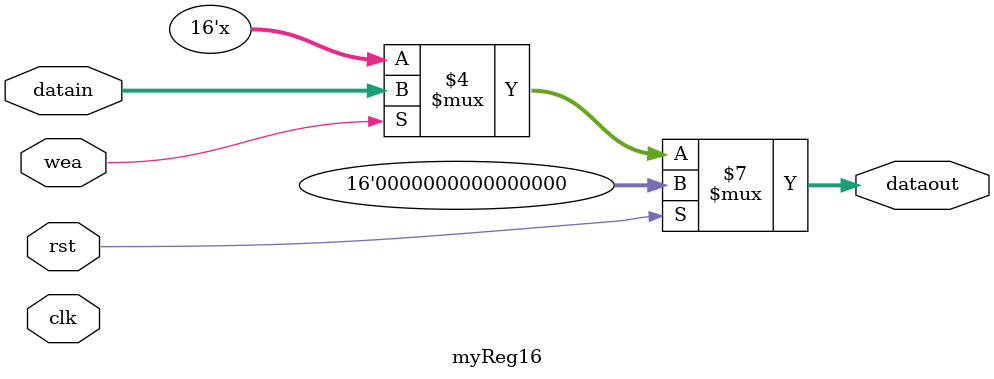
<source format=v>
`timescale 1ns / 1ps
module myReg16(
    input [15:0] datain,
    output reg [15:0] dataout,
    input clk,
    input wea,
	 input rst
    );

	always @* begin
		if (rst == 1) begin
			dataout = 0;
		end else
		if (wea == 1) begin
			dataout <= datain;
		end
	 end

endmodule

</source>
